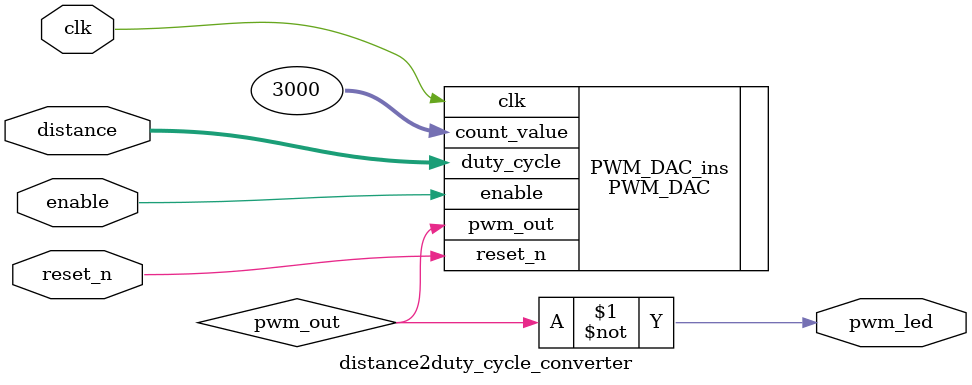
<source format=sv>
module distance2duty_cycle_converter
        #(parameter WIDTH = 13,
                    MAX_COUNT = 3000 // Max distance (in 10^-2 cm) before duty cycle is 100%
                                     // ie. the distance "measured off scale"
        )
        (input logic [WIDTH-1:0] distance,
        input logic reset_n,
                    clk,
                    enable, // Use downcounter to divide the clk frequency to target output frequency
                            // Fix enable to 1 for no frequency change
        output logic pwm_led
        );

    logic pwm_out;
    assign pwm_led = ~pwm_out; // Invert LED signal to have low duty cycle for large distance

    PWM_DAC #(.width(WIDTH)) PWM_DAC_ins(
        .reset_n(reset_n),
        .clk(clk),
        .enable(enable),
        .duty_cycle(distance), // Large distance = large duty cycle = large duty cycle
        .count_value(MAX_COUNT),
        .pwm_out(pwm_out)
    );
endmodule
</source>
